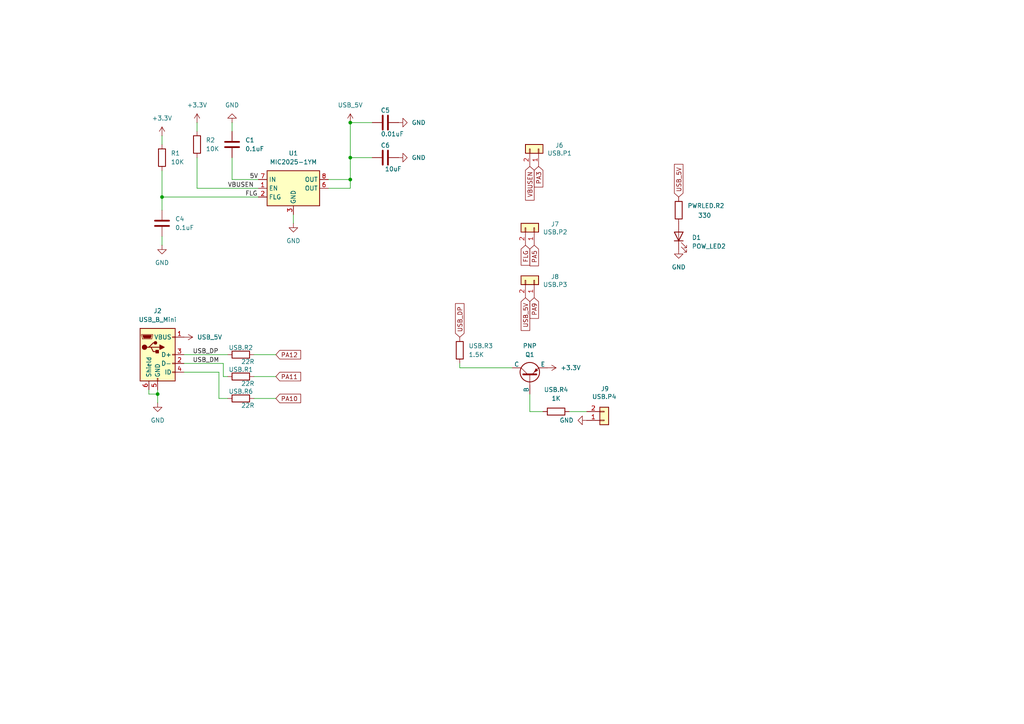
<source format=kicad_sch>
(kicad_sch (version 20231120) (generator "eeschema") (generator_version "8.0")
  (paper "A4")
  (lib_symbols
    (symbol "Connector:USB_B_Mini" (pin_names (offset 1.016))
      (property "Reference" "J" (at -5.08 11.43 0))
      (property "Value" "USB_B_Mini" (at -5.08 8.89 0))
      (symbol "USB_B_Mini_0_1"
        (rectangle (start -5.08 -7.62) (end 5.08 7.62) (stroke (width 0.254)) (fill (type background)))
        (circle (center -3.81 2.159) (radius 0.635) (stroke (width 0.254)) (fill (type outline)))
        (circle (center -0.635 3.429) (radius 0.381) (stroke (width 0.254)) (fill (type outline)))
        (rectangle (start -0.127 -7.62) (end 0.127 -6.858))
        (polyline (pts (xy -1.905 2.159) (xy 0.635 2.159)) (stroke (width 0.254)))
        (polyline (pts (xy -3.175 2.159) (xy -2.54 2.159) (xy -1.27 3.429) (xy -0.635 3.429)) (stroke (width 0.254)))
        (polyline (pts (xy -2.54 2.159) (xy -1.905 2.159) (xy -1.27 0.889) (xy 0 0.889)) (stroke (width 0.254)))
        (polyline (pts (xy 0.635 2.794) (xy 0.635 1.524) (xy 1.905 2.159) (xy 0.635 2.794)) (stroke (width 0.254)) (fill (type outline)))
        (polyline (pts (xy -4.318 5.588) (xy -1.778 5.588) (xy -2.032 4.826) (xy -4.064 4.826) (xy -4.318 5.588)) (fill (type outline)))
        (polyline (pts (xy -4.699 5.842) (xy -4.699 5.588) (xy -4.445 4.826) (xy -4.445 4.572) (xy -1.651 4.572) (xy -1.651 4.826) (xy -1.397 5.588) (xy -1.397 5.842) (xy -4.699 5.842)))
        (rectangle (start 0.254 1.27) (end -0.508 0.508) (stroke (width 0.254)) (fill (type outline)))
        (rectangle (start 5.08 -5.207) (end 4.318 -4.953))
        (rectangle (start 5.08 -2.667) (end 4.318 -2.413))
        (rectangle (start 5.08 -0.127) (end 4.318 0.127))
        (rectangle (start 5.08 4.953) (end 4.318 5.207))
      )
      (symbol "USB_B_Mini_1_1"
        (pin power_out line (at 7.62 5.08 180) (length 2.54) (name "VBUS") (number "1"))
        (pin bidirectional line (at 7.62 -2.54 180) (length 2.54) (name "D-") (number "2"))
        (pin bidirectional line (at 7.62 0 180) (length 2.54) (name "D+") (number "3"))
        (pin passive line (at 7.62 -5.08 180) (length 2.54) (name "ID") (number "4"))
        (pin power_out line (at 0 -10.16 90) (length 2.54) (name "GND") (number "5"))
        (pin passive line (at -2.54 -10.16 90) (length 2.54) (name "Shield") (number "6"))
      )
    )
    (symbol "Connector_Generic:Conn_01x02" (pin_names (offset 1.016) hide)
      (property "Reference" "J" (at 0 2.54 0))
      (property "Value" "Conn_01x02" (at 0 -5.08 0))
      (symbol "Conn_01x02_1_1"
        (rectangle (start -1.27 -2.413) (end 0 -2.667) (stroke (width 0.1524)))
        (rectangle (start -1.27 0.127) (end 0 -0.127) (stroke (width 0.1524)))
        (rectangle (start -1.27 1.27) (end 1.27 -3.81) (stroke (width 0.254)) (fill (type background)))
        (pin passive line (at -5.08 0 0) (length 3.81) (name "Pin_1") (number "1"))
        (pin passive line (at -5.08 -2.54 0) (length 3.81) (name "Pin_2") (number "2"))
      )
    )
    (symbol "Device:C" (pin_numbers hide) (pin_names (offset 0.254))
      (property "Reference" "C" (at 0.635 2.54 0))
      (property "Value" "C" (at 0.635 -2.54 0))
      (symbol "C_0_1"
        (polyline (pts (xy -2.032 -0.762) (xy 2.032 -0.762)) (stroke (width 0.508)))
        (polyline (pts (xy -2.032 0.762) (xy 2.032 0.762)) (stroke (width 0.508)))
      )
      (symbol "C_1_1"
        (pin passive line (at 0 3.81 270) (length 2.794) (name "~") (number "1"))
        (pin passive line (at 0 -3.81 90) (length 2.794) (name "~") (number "2"))
      )
    )
    (symbol "Device:LED" (pin_numbers hide) (pin_names (offset 1.016) hide)
      (property "Reference" "D" (at 0 2.54 0))
      (property "Value" "LED" (at 0 -2.54 0))
      (symbol "LED_0_1"
        (polyline (pts (xy -1.27 -1.27) (xy -1.27 1.27)) (stroke (width 0.254)))
        (polyline (pts (xy -1.27 0) (xy 1.27 0)))
        (polyline (pts (xy 1.27 -1.27) (xy 1.27 1.27) (xy -1.27 0) (xy 1.27 -1.27)) (stroke (width 0.254)))
        (polyline (pts (xy -3.048 -0.762) (xy -4.572 -2.286) (xy -3.81 -2.286) (xy -4.572 -2.286) (xy -4.572 -1.524)))
        (polyline (pts (xy -1.778 -0.762) (xy -3.302 -2.286) (xy -2.54 -2.286) (xy -3.302 -2.286) (xy -3.302 -1.524)))
      )
      (symbol "LED_1_1"
        (pin passive line (at -3.81 0 0) (length 2.54) (name "K") (number "1"))
        (pin passive line (at 3.81 0 180) (length 2.54) (name "A") (number "2"))
      )
    )
    (symbol "Device:R" (pin_numbers hide) (pin_names (offset 0))
      (property "Reference" "R" (at 2.032 0 90))
      (property "Value" "R" (at 0 0 90))
      (symbol "R_0_1"
        (rectangle (start -1.016 -2.54) (end 1.016 2.54) (stroke (width 0.254)))
      )
      (symbol "R_1_1"
        (pin passive line (at 0 3.81 270) (length 1.27) (name "~") (number "1"))
        (pin passive line (at 0 -3.81 90) (length 1.27) (name "~") (number "2"))
      )
    )
    (symbol "Power_Management:MIC2025-1YM"
      (property "Reference" "U1" (at 0 10.16 0))
      (property "Value" "MIC2025-1YM" (at 0 7.62 0))
      (symbol "MIC2025-1YM_0_1"
        (rectangle (start -7.62 5.08) (end 7.62 -5.08) (stroke (width 0.254)) (fill (type background)))
      )
      (symbol "MIC2025-1YM_1_1"
        (pin input line (at -10.16 0 0) (length 2.54) (name "EN") (number "1"))
        (pin open_collector line (at -10.16 -2.54 0) (length 2.54) (name "FLG") (number "2"))
        (pin power_in line (at 0 -7.62 90) (length 2.54) (name "GND") (number "3"))
        (pin no_connect line (at 7.62 0 180) (length 2.54) hide (name "NC") (number "4"))
        (pin no_connect line (at 7.62 -2.54 180) (length 2.54) hide (name "NC") (number "5"))
        (pin passive line (at 10.16 0 180) (length 2.54) (name "OUT") (number "6"))
        (pin power_in line (at -10.16 2.54 0) (length 2.54) (name "IN") (number "7"))
        (pin power_out line (at 10.16 2.54 180) (length 2.54) (name "OUT") (number "8"))
      )
    )
    (symbol "Simulation_SPICE:PNP" (pin_numbers hide) (pin_names (offset 0))
      (property "Reference" "Q" (at -2.54 7.62 0))
      (property "Value" "PNP" (at -2.54 5.08 0))
      (symbol "PNP_0_1"
        (polyline (pts (xy -2.54 0) (xy 0.635 0)) (stroke (width 0.1524)))
        (polyline (pts (xy 0.635 0.635) (xy 2.54 2.54)))
        (polyline (pts (xy 0.635 -0.635) (xy 2.54 -2.54) (xy 2.54 -2.54)))
        (polyline (pts (xy 0.635 1.905) (xy 0.635 -1.905) (xy 0.635 -1.905)) (stroke (width 0.508)))
        (polyline (pts (xy 2.286 -1.778) (xy 1.778 -2.286) (xy 1.27 -1.27) (xy 2.286 -1.778) (xy 2.286 -1.778)) (fill (type outline)))
        (circle (center 1.27 0) (radius 2.8194) (stroke (width 0.254)))
      )
      (symbol "PNP_1_1"
        (pin open_collector line (at 2.54 5.08 270) (length 2.54) (name "C") (number "1"))
        (pin input line (at -5.08 0 0) (length 2.54) (name "B") (number "2"))
        (pin open_emitter line (at 2.54 -5.08 90) (length 2.54) (name "E") (number "3"))
      )
    )
    (symbol "power:+3.3V" (power) (pin_numbers hide) (pin_names (offset 0) hide)
      (property "Value" "+3.3V" (at 0 3.556 0))
      (symbol "+3.3V_0_1"
        (polyline (pts (xy -0.762 1.27) (xy 0 2.54)))
        (polyline (pts (xy 0 0) (xy 0 2.54)))
        (polyline (pts (xy 0 2.54) (xy 0.762 1.27)))
      )
      (symbol "+3.3V_1_1"
        (pin power_in line (at 0 0 90) (length 0) (name "~") (number "1"))
      )
    )
    (symbol "power:+5V" (power) (pin_numbers hide) (pin_names (offset 0) hide)
      (property "Value" "+5V" (at 0 3.556 0))
      (symbol "+5V_0_1"
        (polyline (pts (xy -0.762 1.27) (xy 0 2.54)))
        (polyline (pts (xy 0 0) (xy 0 2.54)))
        (polyline (pts (xy 0 2.54) (xy 0.762 1.27)))
      )
      (symbol "+5V_1_1"
        (pin power_in line (at 0 0 90) (length 0) (name "~") (number "1"))
      )
    )
    (symbol "power:GND" (power) (pin_numbers hide) (pin_names (offset 0) hide)
      (property "Value" "GND" (at 0 -3.81 0))
      (symbol "GND_0_1"
        (polyline (pts (xy 0 0) (xy 0 -1.27) (xy 1.27 -1.27) (xy 0 -2.54) (xy -1.27 -1.27) (xy 0 -1.27)))
      )
      (symbol "GND_1_1"
        (pin power_in line (at 0 0 270) (length 0) (name "~") (number "1"))
      )
    )
  )
  (junction (at 46.99 57.15))
  (junction (at 101.6 52.07))
  (junction (at 45.72 114.3))
  (junction (at 101.6 45.72))
  (junction (at 101.6 35.56))
  (wire (pts (xy 67.31 35.56) (xy 67.31 38.1)))
  (wire (pts (xy 45.72 113.03) (xy 45.72 114.3)))
  (wire (pts (xy 46.99 71.12) (xy 46.99 68.58)))
  (wire (pts (xy 46.99 57.15) (xy 46.99 49.53)))
  (wire (pts (xy 74.93 57.15) (xy 46.99 57.15)))
  (wire (pts (xy 43.18 113.03) (xy 43.18 114.3)))
  (wire (pts (xy 63.5 107.95) (xy 53.34 107.95)))
  (wire (pts (xy 46.99 60.96) (xy 46.99 57.15)))
  (wire (pts (xy 101.6 45.72) (xy 107.95 45.72)))
  (wire (pts (xy 57.15 54.61) (xy 57.15 45.72)))
  (wire (pts (xy 101.6 45.72) (xy 101.6 52.07)))
  (wire (pts (xy 67.31 52.07) (xy 67.31 45.72)))
  (wire (pts (xy 148.59 106.68) (xy 133.35 106.68)))
  (wire (pts (xy 85.09 64.77) (xy 85.09 62.23)))
  (wire (pts (xy 57.15 35.56) (xy 57.15 38.1)))
  (wire (pts (xy 66.04 109.22) (xy 64.77 109.22)))
  (wire (pts (xy 107.95 35.56) (xy 101.6 35.56)))
  (wire (pts (xy 153.67 119.38) (xy 157.48 119.38)))
  (wire (pts (xy 101.6 52.07) (xy 101.6 54.61)))
  (wire (pts (xy 53.34 102.87) (xy 66.04 102.87)))
  (wire (pts (xy 74.93 54.61) (xy 57.15 54.61)))
  (wire (pts (xy 73.66 109.22) (xy 80.01 109.22)))
  (wire (pts (xy 43.18 114.3) (xy 45.72 114.3)))
  (wire (pts (xy 165.1 119.38) (xy 170.18 119.38)))
  (wire (pts (xy 133.35 106.68) (xy 133.35 105.41)))
  (wire (pts (xy 74.93 52.07) (xy 67.31 52.07)))
  (wire (pts (xy 45.72 114.3) (xy 45.72 116.84)))
  (wire (pts (xy 73.66 102.87) (xy 80.01 102.87)))
  (wire (pts (xy 46.99 39.37) (xy 46.99 41.91)))
  (wire (pts (xy 64.77 105.41) (xy 53.34 105.41)))
  (wire (pts (xy 101.6 52.07) (xy 95.25 52.07)))
  (wire (pts (xy 63.5 115.57) (xy 63.5 107.95)))
  (wire (pts (xy 73.66 115.57) (xy 80.01 115.57)))
  (wire (pts (xy 66.04 115.57) (xy 63.5 115.57)))
  (wire (pts (xy 101.6 54.61) (xy 95.25 54.61)))
  (wire (pts (xy 153.67 114.3) (xy 153.67 119.38)))
  (wire (pts (xy 101.6 35.56) (xy 101.6 45.72)))
  (wire (pts (xy 64.77 109.22) (xy 64.77 105.41)))
  (label "USB_DP" (at 55.88 102.87 0))
  (label "5V" (at 72.39 52.07 0))
  (label "USB_DM" (at 55.88 105.41 0))
  (label "VBUSEN" (at 66.04 54.61 0))
  (label "FLG" (at 71.12 57.15 0))
  (global_label "PA10" (shape input) (at 80.01 115.57 0) (property "Intersheetrefs" "${INTERSHEET_REFS}" (effects (hide yes))))
  (global_label "USB_5V" (shape input) (at 152.4 86.36 270) (property "Intersheetrefs" "${INTERSHEET_REFS}" (effects (hide yes))))
  (global_label "PA11" (shape input) (at 80.01 109.22 0) (property "Intersheetrefs" "${INTERSHEET_REFS}" (effects (hide yes))))
  (global_label "PA12" (shape input) (at 80.01 102.87 0) (property "Intersheetrefs" "${INTERSHEET_REFS}" (effects (hide yes))))
  (global_label "USB_5V" (shape input) (at 196.85 57.15 90) (property "Intersheetrefs" "${INTERSHEET_REFS}" (effects (hide yes))))
  (global_label "PA3" (shape input) (at 156.21 48.26 270) (property "Intersheetrefs" "${INTERSHEET_REFS}" (effects (hide yes))))
  (global_label "PA5" (shape input) (at 154.94 71.12 270) (property "Intersheetrefs" "${INTERSHEET_REFS}" (effects (hide yes))))
  (global_label "VBUSEN" (shape input) (at 153.67 48.26 270) (property "Intersheetrefs" "${INTERSHEET_REFS}" (effects (hide yes))))
  (global_label "FLG" (shape input) (at 152.4 71.12 270) (property "Intersheetrefs" "${INTERSHEET_REFS}" (effects (hide yes))))
  (global_label "PA9" (shape input) (at 154.94 86.36 270) (property "Intersheetrefs" "${INTERSHEET_REFS}" (effects (hide yes))))
  (global_label "USB_DP" (shape input) (at 133.35 97.79 90) (property "Intersheetrefs" "${INTERSHEET_REFS}" (effects (hide yes))))
  (symbol (lib_id "Device:LED") (at 196.85 68.58 90) (unit 1)
    (property "Reference" "D1" (at 200.66 68.8974 90) (effects (justify right)))
    (property "Value" "POW_LED2" (at 200.66 71.4374 90) (effects (justify right)))
    (property "Footprint" "LED_SMD:LED_0805_2012Metric" (effects (hide yes)))
    (property "Description" "Light emitting diode" (effects (hide yes)))
  )
  (symbol (lib_id "Power_Management:MIC2025-1YM") (at 85.09 54.61 0) (unit 1)
    (property "Reference" "U1" (at 85.09 44.45 0))
    (property "Value" "MIC2025-1YM" (at 85.09 46.99 0))
    (property "Footprint" "Package_SO:SOIC-8_3.9x4.9mm_P1.27mm" (effects (hide yes)))
    (property "Datasheet" "https://ww1.microchip.com/downloads/en/DeviceDoc/MIC2025-2075-Single-Channel-Power-Distribution-Switch-DS20006030A.pdf" (effects (hide yes)))
    (property "Description" "Single-channel, high side, power distribution switch, 2.7V-5.5V, Active High Output, SOIC-8" (effects (hide yes)))
  )
  (symbol (lib_id "power:GND") (at 85.09 64.77 0) (unit 1)
    (property "Reference" "#PWR012" (effects (hide yes)))
    (property "Value" "GND" (at 85.09 69.85 0))
    (property "Description" "Power symbol creates a global label with name \"GND\" , ground" (effects (hide yes)))
  )
  (symbol (lib_id "Device:R") (at 69.85 115.57 90) (unit 1)
    (property "Reference" "USB.R6" (at 69.85 113.538 90))
    (property "Value" "22R" (at 71.882 117.602 90))
    (property "Footprint" "Resistor_SMD:R_0805_2012Metric" (effects (hide yes)))
    (property "Description" "Resistor" (effects (hide yes)))
  )
  (symbol (lib_id "Device:C") (at 111.76 45.72 90) (unit 1)
    (property "Reference" "C6" (at 111.76 42.164 90))
    (property "Value" "10uF" (at 114.046 49.022 90))
    (property "Footprint" "Capacitor_SMD:C_0805_2012Metric" (effects (hide yes)))
    (property "Description" "Unpolarized capacitor" (effects (hide yes)))
  )
  (symbol (lib_id "Connector:USB_B_Mini") (at 45.72 102.87 0) (unit 1)
    (property "Reference" "J2" (at 45.72 90.17 0))
    (property "Value" "USB_B_Mini" (at 45.72 92.71 0))
    (property "Footprint" "Connector_USB:USB_Mini-B_Wuerth_65100516121_Horizontal" (effects (hide yes)))
    (property "Description" "USB Mini Type B connector" (effects (hide yes)))
  )
  (symbol (lib_id "Device:C") (at 46.99 64.77 0) (unit 1)
    (property "Reference" "C4" (at 50.8 63.4999 0) (effects (justify left)))
    (property "Value" "0.1uF" (at 50.8 66.0399 0) (effects (justify left)))
    (property "Footprint" "Capacitor_SMD:C_0805_2012Metric" (effects (hide yes)))
    (property "Description" "Unpolarized capacitor" (effects (hide yes)))
  )
  (symbol (lib_id "power:GND") (at 45.72 116.84 0) (unit 1)
    (property "Reference" "#PWR026" (effects (hide yes)))
    (property "Value" "GND" (at 45.72 121.92 0))
    (property "Description" "Power symbol creates a global label with name \"GND\" , ground" (effects (hide yes)))
  )
  (symbol (lib_id "Device:C") (at 67.31 41.91 0) (unit 1)
    (property "Reference" "C1" (at 71.12 40.6399 0) (effects (justify left)))
    (property "Value" "0.1uF" (at 71.12 43.1799 0) (effects (justify left)))
    (property "Footprint" "Capacitor_SMD:C_0805_2012Metric" (effects (hide yes)))
    (property "Description" "Unpolarized capacitor" (effects (hide yes)))
  )
  (symbol (lib_id "power:GND") (at 196.85 72.39 0) (unit 1)
    (property "Reference" "#PWR043" (effects (hide yes)))
    (property "Value" "GND" (at 196.85 77.47 0))
    (property "Description" "Power symbol creates a global label with name \"GND\" , ground" (effects (hide yes)))
  )
  (symbol (lib_id "Simulation_SPICE:PNP") (at 153.67 109.22 90) (unit 1)
    (property "Reference" "Q1" (at 153.67 102.87 90))
    (property "Value" "PNP" (at 153.67 100.33 90))
    (property "Footprint" "Package_TO_SOT_SMD:SOT-23-3" (effects (hide yes)))
    (property "Datasheet" "https://ngspice.sourceforge.io/docs/ngspice-html-manual/manual.xhtml#cha_BJTs" (effects (hide yes)))
    (property "Description" "Bipolar transistor symbol for simulation only, substrate tied to the emitter" (effects (hide yes)))
    (property "Sim.Device" "PNP" (effects (hide yes)))
    (property "Sim.Type" "GUMMELPOON" (effects (hide yes)))
    (property "Sim.Pins" "1=C 2=B 3=E" (effects (hide yes)))
  )
  (symbol (lib_id "Connector_Generic:Conn_01x02") (at 154.94 81.28 270) (mirror x) (unit 1)
    (property "Reference" "J8" (at 159.766 80.264 90) (effects (justify left)))
    (property "Value" "USB.P3" (at 157.48 82.5499 90) (effects (justify left)))
    (property "Footprint" "Connector_PinHeader_2.54mm:PinHeader_1x02_P2.54mm_Vertical" (effects (hide yes)))
    (property "Description" "Generic connector, single row, 01x02, script generated (kicad-library-utils/schlib/autogen/connector/)" (effects (hide yes)))
  )
  (symbol (lib_id "power:+5V") (at 101.6 35.56 0) (unit 1)
    (property "Reference" "#PWR057" (effects (hide yes)))
    (property "Value" "USB_5V" (at 101.6 30.48 0))
    (property "Description" "Power symbol creates a global label with name \"+5V\"" (effects (hide yes)))
  )
  (symbol (lib_id "power:GND") (at 170.18 121.92 270) (unit 1)
    (property "Reference" "#PWR028" (effects (hide yes)))
    (property "Value" "GND" (at 166.37 121.9199 90) (effects (justify right)))
    (property "Description" "Power symbol creates a global label with name \"GND\" , ground" (effects (hide yes)))
  )
  (symbol (lib_id "Device:R") (at 69.85 109.22 90) (unit 1)
    (property "Reference" "USB.R1" (at 69.85 107.188 90))
    (property "Value" "22R" (at 71.882 111.252 90))
    (property "Footprint" "Resistor_SMD:R_0805_2012Metric" (effects (hide yes)))
    (property "Description" "Resistor" (effects (hide yes)))
  )
  (symbol (lib_id "power:GND") (at 46.99 71.12 0) (unit 1)
    (property "Reference" "#PWR011" (effects (hide yes)))
    (property "Value" "GND" (at 46.99 76.2 0))
    (property "Description" "Power symbol creates a global label with name \"GND\" , ground" (effects (hide yes)))
  )
  (symbol (lib_id "Connector_Generic:Conn_01x02") (at 175.26 121.92 0) (mirror x) (unit 1)
    (property "Reference" "J9" (at 174.244 112.776 0) (effects (justify left)))
    (property "Value" "USB.P4" (at 171.704 115.062 0) (effects (justify left)))
    (property "Footprint" "Connector_PinHeader_2.54mm:PinHeader_1x02_P2.54mm_Vertical" (effects (hide yes)))
    (property "Description" "Generic connector, single row, 01x02, script generated (kicad-library-utils/schlib/autogen/connector/)" (effects (hide yes)))
  )
  (symbol (lib_id "Device:R") (at 69.85 102.87 90) (unit 1)
    (property "Reference" "USB.R2" (at 69.85 100.838 90))
    (property "Value" "22R" (at 71.882 104.902 90))
    (property "Footprint" "Resistor_SMD:R_0805_2012Metric" (effects (hide yes)))
    (property "Description" "Resistor" (effects (hide yes)))
  )
  (symbol (lib_id "Connector_Generic:Conn_01x02") (at 156.21 43.18 270) (mirror x) (unit 1)
    (property "Reference" "J6" (at 161.036 42.164 90) (effects (justify left)))
    (property "Value" "USB.P1" (at 158.75 44.4499 90) (effects (justify left)))
    (property "Footprint" "Connector_PinHeader_2.54mm:PinHeader_1x02_P2.54mm_Vertical" (effects (hide yes)))
    (property "Description" "Generic connector, single row, 01x02, script generated (kicad-library-utils/schlib/autogen/connector/)" (effects (hide yes)))
  )
  (symbol (lib_id "Device:R") (at 46.99 45.72 180) (unit 1)
    (property "Reference" "R1" (at 49.53 44.4499 0) (effects (justify right)))
    (property "Value" "10K" (at 49.53 46.9899 0) (effects (justify right)))
    (property "Footprint" "Capacitor_SMD:C_0805_2012Metric" (effects (hide yes)))
    (property "Description" "Resistor" (effects (hide yes)))
  )
  (symbol (lib_id "power:GND") (at 115.57 45.72 90) (unit 1)
    (property "Reference" "#PWR014" (effects (hide yes)))
    (property "Value" "GND" (at 119.38 45.7199 90) (effects (justify right)))
    (property "Description" "Power symbol creates a global label with name \"GND\" , ground" (effects (hide yes)))
  )
  (symbol (lib_id "power:+5V") (at 53.34 97.79 270) (unit 1)
    (property "Reference" "#PWR055" (effects (hide yes)))
    (property "Value" "USB_5V" (at 57.15 97.7899 90) (effects (justify left)))
    (property "Description" "Power symbol creates a global label with name \"+5V\"" (effects (hide yes)))
  )
  (symbol (lib_id "Device:C") (at 111.76 35.56 90) (unit 1)
    (property "Reference" "C5" (at 111.76 32.004 90))
    (property "Value" "0.01uF" (at 113.792 38.862 90))
    (property "Footprint" "Capacitor_SMD:C_0805_2012Metric" (effects (hide yes)))
    (property "Description" "Unpolarized capacitor" (effects (hide yes)))
  )
  (symbol (lib_id "power:+3.3V") (at 46.99 39.37 0) (unit 1)
    (property "Reference" "#PWR09" (effects (hide yes)))
    (property "Value" "+3.3V" (at 46.99 34.29 0))
    (property "Description" "Power symbol creates a global label with name \"+3.3V\"" (effects (hide yes)))
  )
  (symbol (lib_id "Device:R") (at 196.85 60.96 180) (unit 1)
    (property "Reference" "PWRLED.R2" (at 199.39 59.6899 0) (effects (justify right)))
    (property "Value" "330" (at 202.438 62.484 0) (effects (justify right)))
    (property "Footprint" "Resistor_SMD:R_0805_2012Metric" (effects (hide yes)))
    (property "Description" "Resistor" (effects (hide yes)))
  )
  (symbol (lib_id "power:GND") (at 67.31 35.56 180) (unit 1)
    (property "Reference" "#PWR010" (effects (hide yes)))
    (property "Value" "GND" (at 67.31 30.48 0))
    (property "Description" "Power symbol creates a global label with name \"GND\" , ground" (effects (hide yes)))
  )
  (symbol (lib_id "Device:R") (at 57.15 41.91 180) (unit 1)
    (property "Reference" "R2" (at 59.69 40.6399 0) (effects (justify right)))
    (property "Value" "10K" (at 59.69 43.1799 0) (effects (justify right)))
    (property "Footprint" "Capacitor_SMD:C_0805_2012Metric" (effects (hide yes)))
    (property "Description" "Resistor" (effects (hide yes)))
  )
  (symbol (lib_id "Device:R") (at 161.29 119.38 270) (unit 1)
    (property "Reference" "USB.R4" (at 161.29 113.03 90))
    (property "Value" "1K" (at 161.29 115.57 90))
    (property "Footprint" "Resistor_SMD:R_0805_2012Metric" (effects (hide yes)))
    (property "Description" "Resistor" (effects (hide yes)))
  )
  (symbol (lib_id "power:+3.3V") (at 57.15 35.56 0) (unit 1)
    (property "Reference" "#PWR08" (effects (hide yes)))
    (property "Value" "+3.3V" (at 57.15 30.48 0))
    (property "Description" "Power symbol creates a global label with name \"+3.3V\"" (effects (hide yes)))
  )
  (symbol (lib_id "Device:R") (at 133.35 101.6 180) (unit 1)
    (property "Reference" "USB.R3" (at 135.89 100.3299 0) (effects (justify right)))
    (property "Value" "1.5K" (at 135.89 102.8699 0) (effects (justify right)))
    (property "Footprint" "Resistor_SMD:R_0805_2012Metric" (effects (hide yes)))
    (property "Description" "Resistor" (effects (hide yes)))
  )
  (symbol (lib_id "power:GND") (at 115.57 35.56 90) (unit 1)
    (property "Reference" "#PWR013" (effects (hide yes)))
    (property "Value" "GND" (at 119.38 35.5599 90) (effects (justify right)))
    (property "Description" "Power symbol creates a global label with name \"GND\" , ground" (effects (hide yes)))
  )
  (symbol (lib_id "power:+3.3V") (at 158.75 106.68 270) (unit 1)
    (property "Reference" "#PWR027" (effects (hide yes)))
    (property "Value" "+3.3V" (at 162.56 106.6799 90) (effects (justify left)))
    (property "Description" "Power symbol creates a global label with name \"+3.3V\"" (effects (hide yes)))
  )
  (symbol (lib_id "Connector_Generic:Conn_01x02") (at 154.94 66.04 270) (mirror x) (unit 1)
    (property "Reference" "J7" (at 159.766 65.024 90) (effects (justify left)))
    (property "Value" "USB.P2" (at 157.48 67.3099 90) (effects (justify left)))
    (property "Footprint" "Connector_PinHeader_2.54mm:PinHeader_1x02_P2.54mm_Vertical" (effects (hide yes)))
    (property "Description" "Generic connector, single row, 01x02, script generated (kicad-library-utils/schlib/autogen/connector/)" (effects (hide yes)))
  )
)
</source>
